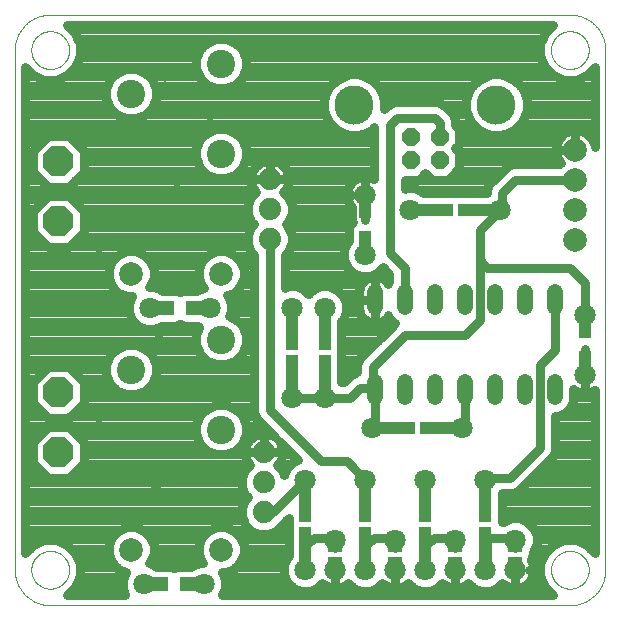
<source format=gtl>
G75*
%MOIN*%
%OFA0B0*%
%FSLAX25Y25*%
%IPPOS*%
%LPD*%
%AMOC8*
5,1,8,0,0,1.08239X$1,22.5*
%
%ADD10C,0.00000*%
%ADD11R,0.03937X0.10236*%
%ADD12C,0.07087*%
%ADD13C,0.05200*%
%ADD14R,0.12598X0.03937*%
%ADD15OC8,0.05740*%
%ADD16C,0.13055*%
%ADD17R,0.03937X0.12598*%
%ADD18R,0.04724X0.03150*%
%ADD19C,0.07874*%
%ADD20C,0.09449*%
%ADD21OC8,0.10000*%
%ADD22C,0.07400*%
%ADD23R,0.10236X0.04724*%
%ADD24C,0.03150*%
%ADD25C,0.01600*%
%ADD26C,0.03150*%
D10*
X0005724Y0017535D02*
X0005724Y0190764D01*
X0011236Y0190764D02*
X0011238Y0190922D01*
X0011244Y0191080D01*
X0011254Y0191238D01*
X0011268Y0191396D01*
X0011286Y0191553D01*
X0011307Y0191710D01*
X0011333Y0191866D01*
X0011363Y0192022D01*
X0011396Y0192177D01*
X0011434Y0192330D01*
X0011475Y0192483D01*
X0011520Y0192635D01*
X0011569Y0192786D01*
X0011622Y0192935D01*
X0011678Y0193083D01*
X0011738Y0193229D01*
X0011802Y0193374D01*
X0011870Y0193517D01*
X0011941Y0193659D01*
X0012015Y0193799D01*
X0012093Y0193936D01*
X0012175Y0194072D01*
X0012259Y0194206D01*
X0012348Y0194337D01*
X0012439Y0194466D01*
X0012534Y0194593D01*
X0012631Y0194718D01*
X0012732Y0194840D01*
X0012836Y0194959D01*
X0012943Y0195076D01*
X0013053Y0195190D01*
X0013166Y0195301D01*
X0013281Y0195410D01*
X0013399Y0195515D01*
X0013520Y0195617D01*
X0013643Y0195717D01*
X0013769Y0195813D01*
X0013897Y0195906D01*
X0014027Y0195996D01*
X0014160Y0196082D01*
X0014295Y0196166D01*
X0014431Y0196245D01*
X0014570Y0196322D01*
X0014711Y0196394D01*
X0014853Y0196464D01*
X0014997Y0196529D01*
X0015143Y0196591D01*
X0015290Y0196649D01*
X0015439Y0196704D01*
X0015589Y0196755D01*
X0015740Y0196802D01*
X0015892Y0196845D01*
X0016045Y0196884D01*
X0016200Y0196920D01*
X0016355Y0196951D01*
X0016511Y0196979D01*
X0016667Y0197003D01*
X0016824Y0197023D01*
X0016982Y0197039D01*
X0017139Y0197051D01*
X0017298Y0197059D01*
X0017456Y0197063D01*
X0017614Y0197063D01*
X0017772Y0197059D01*
X0017931Y0197051D01*
X0018088Y0197039D01*
X0018246Y0197023D01*
X0018403Y0197003D01*
X0018559Y0196979D01*
X0018715Y0196951D01*
X0018870Y0196920D01*
X0019025Y0196884D01*
X0019178Y0196845D01*
X0019330Y0196802D01*
X0019481Y0196755D01*
X0019631Y0196704D01*
X0019780Y0196649D01*
X0019927Y0196591D01*
X0020073Y0196529D01*
X0020217Y0196464D01*
X0020359Y0196394D01*
X0020500Y0196322D01*
X0020639Y0196245D01*
X0020775Y0196166D01*
X0020910Y0196082D01*
X0021043Y0195996D01*
X0021173Y0195906D01*
X0021301Y0195813D01*
X0021427Y0195717D01*
X0021550Y0195617D01*
X0021671Y0195515D01*
X0021789Y0195410D01*
X0021904Y0195301D01*
X0022017Y0195190D01*
X0022127Y0195076D01*
X0022234Y0194959D01*
X0022338Y0194840D01*
X0022439Y0194718D01*
X0022536Y0194593D01*
X0022631Y0194466D01*
X0022722Y0194337D01*
X0022811Y0194206D01*
X0022895Y0194072D01*
X0022977Y0193936D01*
X0023055Y0193799D01*
X0023129Y0193659D01*
X0023200Y0193517D01*
X0023268Y0193374D01*
X0023332Y0193229D01*
X0023392Y0193083D01*
X0023448Y0192935D01*
X0023501Y0192786D01*
X0023550Y0192635D01*
X0023595Y0192483D01*
X0023636Y0192330D01*
X0023674Y0192177D01*
X0023707Y0192022D01*
X0023737Y0191866D01*
X0023763Y0191710D01*
X0023784Y0191553D01*
X0023802Y0191396D01*
X0023816Y0191238D01*
X0023826Y0191080D01*
X0023832Y0190922D01*
X0023834Y0190764D01*
X0023832Y0190606D01*
X0023826Y0190448D01*
X0023816Y0190290D01*
X0023802Y0190132D01*
X0023784Y0189975D01*
X0023763Y0189818D01*
X0023737Y0189662D01*
X0023707Y0189506D01*
X0023674Y0189351D01*
X0023636Y0189198D01*
X0023595Y0189045D01*
X0023550Y0188893D01*
X0023501Y0188742D01*
X0023448Y0188593D01*
X0023392Y0188445D01*
X0023332Y0188299D01*
X0023268Y0188154D01*
X0023200Y0188011D01*
X0023129Y0187869D01*
X0023055Y0187729D01*
X0022977Y0187592D01*
X0022895Y0187456D01*
X0022811Y0187322D01*
X0022722Y0187191D01*
X0022631Y0187062D01*
X0022536Y0186935D01*
X0022439Y0186810D01*
X0022338Y0186688D01*
X0022234Y0186569D01*
X0022127Y0186452D01*
X0022017Y0186338D01*
X0021904Y0186227D01*
X0021789Y0186118D01*
X0021671Y0186013D01*
X0021550Y0185911D01*
X0021427Y0185811D01*
X0021301Y0185715D01*
X0021173Y0185622D01*
X0021043Y0185532D01*
X0020910Y0185446D01*
X0020775Y0185362D01*
X0020639Y0185283D01*
X0020500Y0185206D01*
X0020359Y0185134D01*
X0020217Y0185064D01*
X0020073Y0184999D01*
X0019927Y0184937D01*
X0019780Y0184879D01*
X0019631Y0184824D01*
X0019481Y0184773D01*
X0019330Y0184726D01*
X0019178Y0184683D01*
X0019025Y0184644D01*
X0018870Y0184608D01*
X0018715Y0184577D01*
X0018559Y0184549D01*
X0018403Y0184525D01*
X0018246Y0184505D01*
X0018088Y0184489D01*
X0017931Y0184477D01*
X0017772Y0184469D01*
X0017614Y0184465D01*
X0017456Y0184465D01*
X0017298Y0184469D01*
X0017139Y0184477D01*
X0016982Y0184489D01*
X0016824Y0184505D01*
X0016667Y0184525D01*
X0016511Y0184549D01*
X0016355Y0184577D01*
X0016200Y0184608D01*
X0016045Y0184644D01*
X0015892Y0184683D01*
X0015740Y0184726D01*
X0015589Y0184773D01*
X0015439Y0184824D01*
X0015290Y0184879D01*
X0015143Y0184937D01*
X0014997Y0184999D01*
X0014853Y0185064D01*
X0014711Y0185134D01*
X0014570Y0185206D01*
X0014431Y0185283D01*
X0014295Y0185362D01*
X0014160Y0185446D01*
X0014027Y0185532D01*
X0013897Y0185622D01*
X0013769Y0185715D01*
X0013643Y0185811D01*
X0013520Y0185911D01*
X0013399Y0186013D01*
X0013281Y0186118D01*
X0013166Y0186227D01*
X0013053Y0186338D01*
X0012943Y0186452D01*
X0012836Y0186569D01*
X0012732Y0186688D01*
X0012631Y0186810D01*
X0012534Y0186935D01*
X0012439Y0187062D01*
X0012348Y0187191D01*
X0012259Y0187322D01*
X0012175Y0187456D01*
X0012093Y0187592D01*
X0012015Y0187729D01*
X0011941Y0187869D01*
X0011870Y0188011D01*
X0011802Y0188154D01*
X0011738Y0188299D01*
X0011678Y0188445D01*
X0011622Y0188593D01*
X0011569Y0188742D01*
X0011520Y0188893D01*
X0011475Y0189045D01*
X0011434Y0189198D01*
X0011396Y0189351D01*
X0011363Y0189506D01*
X0011333Y0189662D01*
X0011307Y0189818D01*
X0011286Y0189975D01*
X0011268Y0190132D01*
X0011254Y0190290D01*
X0011244Y0190448D01*
X0011238Y0190606D01*
X0011236Y0190764D01*
X0005724Y0190764D02*
X0005727Y0191049D01*
X0005738Y0191335D01*
X0005755Y0191620D01*
X0005779Y0191904D01*
X0005810Y0192188D01*
X0005848Y0192471D01*
X0005893Y0192752D01*
X0005944Y0193033D01*
X0006002Y0193313D01*
X0006067Y0193591D01*
X0006139Y0193867D01*
X0006217Y0194141D01*
X0006302Y0194414D01*
X0006394Y0194684D01*
X0006492Y0194952D01*
X0006596Y0195218D01*
X0006707Y0195481D01*
X0006824Y0195741D01*
X0006947Y0195999D01*
X0007077Y0196253D01*
X0007213Y0196504D01*
X0007354Y0196752D01*
X0007502Y0196996D01*
X0007655Y0197237D01*
X0007815Y0197473D01*
X0007980Y0197706D01*
X0008150Y0197935D01*
X0008326Y0198160D01*
X0008508Y0198380D01*
X0008694Y0198596D01*
X0008886Y0198807D01*
X0009083Y0199014D01*
X0009285Y0199216D01*
X0009492Y0199413D01*
X0009703Y0199605D01*
X0009919Y0199791D01*
X0010139Y0199973D01*
X0010364Y0200149D01*
X0010593Y0200319D01*
X0010826Y0200484D01*
X0011062Y0200644D01*
X0011303Y0200797D01*
X0011547Y0200945D01*
X0011795Y0201086D01*
X0012046Y0201222D01*
X0012300Y0201352D01*
X0012558Y0201475D01*
X0012818Y0201592D01*
X0013081Y0201703D01*
X0013347Y0201807D01*
X0013615Y0201905D01*
X0013885Y0201997D01*
X0014158Y0202082D01*
X0014432Y0202160D01*
X0014708Y0202232D01*
X0014986Y0202297D01*
X0015266Y0202355D01*
X0015547Y0202406D01*
X0015828Y0202451D01*
X0016111Y0202489D01*
X0016395Y0202520D01*
X0016679Y0202544D01*
X0016964Y0202561D01*
X0017250Y0202572D01*
X0017535Y0202575D01*
X0190764Y0202575D01*
X0184465Y0190764D02*
X0184467Y0190922D01*
X0184473Y0191080D01*
X0184483Y0191238D01*
X0184497Y0191396D01*
X0184515Y0191553D01*
X0184536Y0191710D01*
X0184562Y0191866D01*
X0184592Y0192022D01*
X0184625Y0192177D01*
X0184663Y0192330D01*
X0184704Y0192483D01*
X0184749Y0192635D01*
X0184798Y0192786D01*
X0184851Y0192935D01*
X0184907Y0193083D01*
X0184967Y0193229D01*
X0185031Y0193374D01*
X0185099Y0193517D01*
X0185170Y0193659D01*
X0185244Y0193799D01*
X0185322Y0193936D01*
X0185404Y0194072D01*
X0185488Y0194206D01*
X0185577Y0194337D01*
X0185668Y0194466D01*
X0185763Y0194593D01*
X0185860Y0194718D01*
X0185961Y0194840D01*
X0186065Y0194959D01*
X0186172Y0195076D01*
X0186282Y0195190D01*
X0186395Y0195301D01*
X0186510Y0195410D01*
X0186628Y0195515D01*
X0186749Y0195617D01*
X0186872Y0195717D01*
X0186998Y0195813D01*
X0187126Y0195906D01*
X0187256Y0195996D01*
X0187389Y0196082D01*
X0187524Y0196166D01*
X0187660Y0196245D01*
X0187799Y0196322D01*
X0187940Y0196394D01*
X0188082Y0196464D01*
X0188226Y0196529D01*
X0188372Y0196591D01*
X0188519Y0196649D01*
X0188668Y0196704D01*
X0188818Y0196755D01*
X0188969Y0196802D01*
X0189121Y0196845D01*
X0189274Y0196884D01*
X0189429Y0196920D01*
X0189584Y0196951D01*
X0189740Y0196979D01*
X0189896Y0197003D01*
X0190053Y0197023D01*
X0190211Y0197039D01*
X0190368Y0197051D01*
X0190527Y0197059D01*
X0190685Y0197063D01*
X0190843Y0197063D01*
X0191001Y0197059D01*
X0191160Y0197051D01*
X0191317Y0197039D01*
X0191475Y0197023D01*
X0191632Y0197003D01*
X0191788Y0196979D01*
X0191944Y0196951D01*
X0192099Y0196920D01*
X0192254Y0196884D01*
X0192407Y0196845D01*
X0192559Y0196802D01*
X0192710Y0196755D01*
X0192860Y0196704D01*
X0193009Y0196649D01*
X0193156Y0196591D01*
X0193302Y0196529D01*
X0193446Y0196464D01*
X0193588Y0196394D01*
X0193729Y0196322D01*
X0193868Y0196245D01*
X0194004Y0196166D01*
X0194139Y0196082D01*
X0194272Y0195996D01*
X0194402Y0195906D01*
X0194530Y0195813D01*
X0194656Y0195717D01*
X0194779Y0195617D01*
X0194900Y0195515D01*
X0195018Y0195410D01*
X0195133Y0195301D01*
X0195246Y0195190D01*
X0195356Y0195076D01*
X0195463Y0194959D01*
X0195567Y0194840D01*
X0195668Y0194718D01*
X0195765Y0194593D01*
X0195860Y0194466D01*
X0195951Y0194337D01*
X0196040Y0194206D01*
X0196124Y0194072D01*
X0196206Y0193936D01*
X0196284Y0193799D01*
X0196358Y0193659D01*
X0196429Y0193517D01*
X0196497Y0193374D01*
X0196561Y0193229D01*
X0196621Y0193083D01*
X0196677Y0192935D01*
X0196730Y0192786D01*
X0196779Y0192635D01*
X0196824Y0192483D01*
X0196865Y0192330D01*
X0196903Y0192177D01*
X0196936Y0192022D01*
X0196966Y0191866D01*
X0196992Y0191710D01*
X0197013Y0191553D01*
X0197031Y0191396D01*
X0197045Y0191238D01*
X0197055Y0191080D01*
X0197061Y0190922D01*
X0197063Y0190764D01*
X0197061Y0190606D01*
X0197055Y0190448D01*
X0197045Y0190290D01*
X0197031Y0190132D01*
X0197013Y0189975D01*
X0196992Y0189818D01*
X0196966Y0189662D01*
X0196936Y0189506D01*
X0196903Y0189351D01*
X0196865Y0189198D01*
X0196824Y0189045D01*
X0196779Y0188893D01*
X0196730Y0188742D01*
X0196677Y0188593D01*
X0196621Y0188445D01*
X0196561Y0188299D01*
X0196497Y0188154D01*
X0196429Y0188011D01*
X0196358Y0187869D01*
X0196284Y0187729D01*
X0196206Y0187592D01*
X0196124Y0187456D01*
X0196040Y0187322D01*
X0195951Y0187191D01*
X0195860Y0187062D01*
X0195765Y0186935D01*
X0195668Y0186810D01*
X0195567Y0186688D01*
X0195463Y0186569D01*
X0195356Y0186452D01*
X0195246Y0186338D01*
X0195133Y0186227D01*
X0195018Y0186118D01*
X0194900Y0186013D01*
X0194779Y0185911D01*
X0194656Y0185811D01*
X0194530Y0185715D01*
X0194402Y0185622D01*
X0194272Y0185532D01*
X0194139Y0185446D01*
X0194004Y0185362D01*
X0193868Y0185283D01*
X0193729Y0185206D01*
X0193588Y0185134D01*
X0193446Y0185064D01*
X0193302Y0184999D01*
X0193156Y0184937D01*
X0193009Y0184879D01*
X0192860Y0184824D01*
X0192710Y0184773D01*
X0192559Y0184726D01*
X0192407Y0184683D01*
X0192254Y0184644D01*
X0192099Y0184608D01*
X0191944Y0184577D01*
X0191788Y0184549D01*
X0191632Y0184525D01*
X0191475Y0184505D01*
X0191317Y0184489D01*
X0191160Y0184477D01*
X0191001Y0184469D01*
X0190843Y0184465D01*
X0190685Y0184465D01*
X0190527Y0184469D01*
X0190368Y0184477D01*
X0190211Y0184489D01*
X0190053Y0184505D01*
X0189896Y0184525D01*
X0189740Y0184549D01*
X0189584Y0184577D01*
X0189429Y0184608D01*
X0189274Y0184644D01*
X0189121Y0184683D01*
X0188969Y0184726D01*
X0188818Y0184773D01*
X0188668Y0184824D01*
X0188519Y0184879D01*
X0188372Y0184937D01*
X0188226Y0184999D01*
X0188082Y0185064D01*
X0187940Y0185134D01*
X0187799Y0185206D01*
X0187660Y0185283D01*
X0187524Y0185362D01*
X0187389Y0185446D01*
X0187256Y0185532D01*
X0187126Y0185622D01*
X0186998Y0185715D01*
X0186872Y0185811D01*
X0186749Y0185911D01*
X0186628Y0186013D01*
X0186510Y0186118D01*
X0186395Y0186227D01*
X0186282Y0186338D01*
X0186172Y0186452D01*
X0186065Y0186569D01*
X0185961Y0186688D01*
X0185860Y0186810D01*
X0185763Y0186935D01*
X0185668Y0187062D01*
X0185577Y0187191D01*
X0185488Y0187322D01*
X0185404Y0187456D01*
X0185322Y0187592D01*
X0185244Y0187729D01*
X0185170Y0187869D01*
X0185099Y0188011D01*
X0185031Y0188154D01*
X0184967Y0188299D01*
X0184907Y0188445D01*
X0184851Y0188593D01*
X0184798Y0188742D01*
X0184749Y0188893D01*
X0184704Y0189045D01*
X0184663Y0189198D01*
X0184625Y0189351D01*
X0184592Y0189506D01*
X0184562Y0189662D01*
X0184536Y0189818D01*
X0184515Y0189975D01*
X0184497Y0190132D01*
X0184483Y0190290D01*
X0184473Y0190448D01*
X0184467Y0190606D01*
X0184465Y0190764D01*
X0190764Y0202575D02*
X0191049Y0202572D01*
X0191335Y0202561D01*
X0191620Y0202544D01*
X0191904Y0202520D01*
X0192188Y0202489D01*
X0192471Y0202451D01*
X0192752Y0202406D01*
X0193033Y0202355D01*
X0193313Y0202297D01*
X0193591Y0202232D01*
X0193867Y0202160D01*
X0194141Y0202082D01*
X0194414Y0201997D01*
X0194684Y0201905D01*
X0194952Y0201807D01*
X0195218Y0201703D01*
X0195481Y0201592D01*
X0195741Y0201475D01*
X0195999Y0201352D01*
X0196253Y0201222D01*
X0196504Y0201086D01*
X0196752Y0200945D01*
X0196996Y0200797D01*
X0197237Y0200644D01*
X0197473Y0200484D01*
X0197706Y0200319D01*
X0197935Y0200149D01*
X0198160Y0199973D01*
X0198380Y0199791D01*
X0198596Y0199605D01*
X0198807Y0199413D01*
X0199014Y0199216D01*
X0199216Y0199014D01*
X0199413Y0198807D01*
X0199605Y0198596D01*
X0199791Y0198380D01*
X0199973Y0198160D01*
X0200149Y0197935D01*
X0200319Y0197706D01*
X0200484Y0197473D01*
X0200644Y0197237D01*
X0200797Y0196996D01*
X0200945Y0196752D01*
X0201086Y0196504D01*
X0201222Y0196253D01*
X0201352Y0195999D01*
X0201475Y0195741D01*
X0201592Y0195481D01*
X0201703Y0195218D01*
X0201807Y0194952D01*
X0201905Y0194684D01*
X0201997Y0194414D01*
X0202082Y0194141D01*
X0202160Y0193867D01*
X0202232Y0193591D01*
X0202297Y0193313D01*
X0202355Y0193033D01*
X0202406Y0192752D01*
X0202451Y0192471D01*
X0202489Y0192188D01*
X0202520Y0191904D01*
X0202544Y0191620D01*
X0202561Y0191335D01*
X0202572Y0191049D01*
X0202575Y0190764D01*
X0202575Y0017535D01*
X0184465Y0017535D02*
X0184467Y0017693D01*
X0184473Y0017851D01*
X0184483Y0018009D01*
X0184497Y0018167D01*
X0184515Y0018324D01*
X0184536Y0018481D01*
X0184562Y0018637D01*
X0184592Y0018793D01*
X0184625Y0018948D01*
X0184663Y0019101D01*
X0184704Y0019254D01*
X0184749Y0019406D01*
X0184798Y0019557D01*
X0184851Y0019706D01*
X0184907Y0019854D01*
X0184967Y0020000D01*
X0185031Y0020145D01*
X0185099Y0020288D01*
X0185170Y0020430D01*
X0185244Y0020570D01*
X0185322Y0020707D01*
X0185404Y0020843D01*
X0185488Y0020977D01*
X0185577Y0021108D01*
X0185668Y0021237D01*
X0185763Y0021364D01*
X0185860Y0021489D01*
X0185961Y0021611D01*
X0186065Y0021730D01*
X0186172Y0021847D01*
X0186282Y0021961D01*
X0186395Y0022072D01*
X0186510Y0022181D01*
X0186628Y0022286D01*
X0186749Y0022388D01*
X0186872Y0022488D01*
X0186998Y0022584D01*
X0187126Y0022677D01*
X0187256Y0022767D01*
X0187389Y0022853D01*
X0187524Y0022937D01*
X0187660Y0023016D01*
X0187799Y0023093D01*
X0187940Y0023165D01*
X0188082Y0023235D01*
X0188226Y0023300D01*
X0188372Y0023362D01*
X0188519Y0023420D01*
X0188668Y0023475D01*
X0188818Y0023526D01*
X0188969Y0023573D01*
X0189121Y0023616D01*
X0189274Y0023655D01*
X0189429Y0023691D01*
X0189584Y0023722D01*
X0189740Y0023750D01*
X0189896Y0023774D01*
X0190053Y0023794D01*
X0190211Y0023810D01*
X0190368Y0023822D01*
X0190527Y0023830D01*
X0190685Y0023834D01*
X0190843Y0023834D01*
X0191001Y0023830D01*
X0191160Y0023822D01*
X0191317Y0023810D01*
X0191475Y0023794D01*
X0191632Y0023774D01*
X0191788Y0023750D01*
X0191944Y0023722D01*
X0192099Y0023691D01*
X0192254Y0023655D01*
X0192407Y0023616D01*
X0192559Y0023573D01*
X0192710Y0023526D01*
X0192860Y0023475D01*
X0193009Y0023420D01*
X0193156Y0023362D01*
X0193302Y0023300D01*
X0193446Y0023235D01*
X0193588Y0023165D01*
X0193729Y0023093D01*
X0193868Y0023016D01*
X0194004Y0022937D01*
X0194139Y0022853D01*
X0194272Y0022767D01*
X0194402Y0022677D01*
X0194530Y0022584D01*
X0194656Y0022488D01*
X0194779Y0022388D01*
X0194900Y0022286D01*
X0195018Y0022181D01*
X0195133Y0022072D01*
X0195246Y0021961D01*
X0195356Y0021847D01*
X0195463Y0021730D01*
X0195567Y0021611D01*
X0195668Y0021489D01*
X0195765Y0021364D01*
X0195860Y0021237D01*
X0195951Y0021108D01*
X0196040Y0020977D01*
X0196124Y0020843D01*
X0196206Y0020707D01*
X0196284Y0020570D01*
X0196358Y0020430D01*
X0196429Y0020288D01*
X0196497Y0020145D01*
X0196561Y0020000D01*
X0196621Y0019854D01*
X0196677Y0019706D01*
X0196730Y0019557D01*
X0196779Y0019406D01*
X0196824Y0019254D01*
X0196865Y0019101D01*
X0196903Y0018948D01*
X0196936Y0018793D01*
X0196966Y0018637D01*
X0196992Y0018481D01*
X0197013Y0018324D01*
X0197031Y0018167D01*
X0197045Y0018009D01*
X0197055Y0017851D01*
X0197061Y0017693D01*
X0197063Y0017535D01*
X0197061Y0017377D01*
X0197055Y0017219D01*
X0197045Y0017061D01*
X0197031Y0016903D01*
X0197013Y0016746D01*
X0196992Y0016589D01*
X0196966Y0016433D01*
X0196936Y0016277D01*
X0196903Y0016122D01*
X0196865Y0015969D01*
X0196824Y0015816D01*
X0196779Y0015664D01*
X0196730Y0015513D01*
X0196677Y0015364D01*
X0196621Y0015216D01*
X0196561Y0015070D01*
X0196497Y0014925D01*
X0196429Y0014782D01*
X0196358Y0014640D01*
X0196284Y0014500D01*
X0196206Y0014363D01*
X0196124Y0014227D01*
X0196040Y0014093D01*
X0195951Y0013962D01*
X0195860Y0013833D01*
X0195765Y0013706D01*
X0195668Y0013581D01*
X0195567Y0013459D01*
X0195463Y0013340D01*
X0195356Y0013223D01*
X0195246Y0013109D01*
X0195133Y0012998D01*
X0195018Y0012889D01*
X0194900Y0012784D01*
X0194779Y0012682D01*
X0194656Y0012582D01*
X0194530Y0012486D01*
X0194402Y0012393D01*
X0194272Y0012303D01*
X0194139Y0012217D01*
X0194004Y0012133D01*
X0193868Y0012054D01*
X0193729Y0011977D01*
X0193588Y0011905D01*
X0193446Y0011835D01*
X0193302Y0011770D01*
X0193156Y0011708D01*
X0193009Y0011650D01*
X0192860Y0011595D01*
X0192710Y0011544D01*
X0192559Y0011497D01*
X0192407Y0011454D01*
X0192254Y0011415D01*
X0192099Y0011379D01*
X0191944Y0011348D01*
X0191788Y0011320D01*
X0191632Y0011296D01*
X0191475Y0011276D01*
X0191317Y0011260D01*
X0191160Y0011248D01*
X0191001Y0011240D01*
X0190843Y0011236D01*
X0190685Y0011236D01*
X0190527Y0011240D01*
X0190368Y0011248D01*
X0190211Y0011260D01*
X0190053Y0011276D01*
X0189896Y0011296D01*
X0189740Y0011320D01*
X0189584Y0011348D01*
X0189429Y0011379D01*
X0189274Y0011415D01*
X0189121Y0011454D01*
X0188969Y0011497D01*
X0188818Y0011544D01*
X0188668Y0011595D01*
X0188519Y0011650D01*
X0188372Y0011708D01*
X0188226Y0011770D01*
X0188082Y0011835D01*
X0187940Y0011905D01*
X0187799Y0011977D01*
X0187660Y0012054D01*
X0187524Y0012133D01*
X0187389Y0012217D01*
X0187256Y0012303D01*
X0187126Y0012393D01*
X0186998Y0012486D01*
X0186872Y0012582D01*
X0186749Y0012682D01*
X0186628Y0012784D01*
X0186510Y0012889D01*
X0186395Y0012998D01*
X0186282Y0013109D01*
X0186172Y0013223D01*
X0186065Y0013340D01*
X0185961Y0013459D01*
X0185860Y0013581D01*
X0185763Y0013706D01*
X0185668Y0013833D01*
X0185577Y0013962D01*
X0185488Y0014093D01*
X0185404Y0014227D01*
X0185322Y0014363D01*
X0185244Y0014500D01*
X0185170Y0014640D01*
X0185099Y0014782D01*
X0185031Y0014925D01*
X0184967Y0015070D01*
X0184907Y0015216D01*
X0184851Y0015364D01*
X0184798Y0015513D01*
X0184749Y0015664D01*
X0184704Y0015816D01*
X0184663Y0015969D01*
X0184625Y0016122D01*
X0184592Y0016277D01*
X0184562Y0016433D01*
X0184536Y0016589D01*
X0184515Y0016746D01*
X0184497Y0016903D01*
X0184483Y0017061D01*
X0184473Y0017219D01*
X0184467Y0017377D01*
X0184465Y0017535D01*
X0190764Y0005724D02*
X0191049Y0005727D01*
X0191335Y0005738D01*
X0191620Y0005755D01*
X0191904Y0005779D01*
X0192188Y0005810D01*
X0192471Y0005848D01*
X0192752Y0005893D01*
X0193033Y0005944D01*
X0193313Y0006002D01*
X0193591Y0006067D01*
X0193867Y0006139D01*
X0194141Y0006217D01*
X0194414Y0006302D01*
X0194684Y0006394D01*
X0194952Y0006492D01*
X0195218Y0006596D01*
X0195481Y0006707D01*
X0195741Y0006824D01*
X0195999Y0006947D01*
X0196253Y0007077D01*
X0196504Y0007213D01*
X0196752Y0007354D01*
X0196996Y0007502D01*
X0197237Y0007655D01*
X0197473Y0007815D01*
X0197706Y0007980D01*
X0197935Y0008150D01*
X0198160Y0008326D01*
X0198380Y0008508D01*
X0198596Y0008694D01*
X0198807Y0008886D01*
X0199014Y0009083D01*
X0199216Y0009285D01*
X0199413Y0009492D01*
X0199605Y0009703D01*
X0199791Y0009919D01*
X0199973Y0010139D01*
X0200149Y0010364D01*
X0200319Y0010593D01*
X0200484Y0010826D01*
X0200644Y0011062D01*
X0200797Y0011303D01*
X0200945Y0011547D01*
X0201086Y0011795D01*
X0201222Y0012046D01*
X0201352Y0012300D01*
X0201475Y0012558D01*
X0201592Y0012818D01*
X0201703Y0013081D01*
X0201807Y0013347D01*
X0201905Y0013615D01*
X0201997Y0013885D01*
X0202082Y0014158D01*
X0202160Y0014432D01*
X0202232Y0014708D01*
X0202297Y0014986D01*
X0202355Y0015266D01*
X0202406Y0015547D01*
X0202451Y0015828D01*
X0202489Y0016111D01*
X0202520Y0016395D01*
X0202544Y0016679D01*
X0202561Y0016964D01*
X0202572Y0017250D01*
X0202575Y0017535D01*
X0190764Y0005724D02*
X0017535Y0005724D01*
X0011236Y0017535D02*
X0011238Y0017693D01*
X0011244Y0017851D01*
X0011254Y0018009D01*
X0011268Y0018167D01*
X0011286Y0018324D01*
X0011307Y0018481D01*
X0011333Y0018637D01*
X0011363Y0018793D01*
X0011396Y0018948D01*
X0011434Y0019101D01*
X0011475Y0019254D01*
X0011520Y0019406D01*
X0011569Y0019557D01*
X0011622Y0019706D01*
X0011678Y0019854D01*
X0011738Y0020000D01*
X0011802Y0020145D01*
X0011870Y0020288D01*
X0011941Y0020430D01*
X0012015Y0020570D01*
X0012093Y0020707D01*
X0012175Y0020843D01*
X0012259Y0020977D01*
X0012348Y0021108D01*
X0012439Y0021237D01*
X0012534Y0021364D01*
X0012631Y0021489D01*
X0012732Y0021611D01*
X0012836Y0021730D01*
X0012943Y0021847D01*
X0013053Y0021961D01*
X0013166Y0022072D01*
X0013281Y0022181D01*
X0013399Y0022286D01*
X0013520Y0022388D01*
X0013643Y0022488D01*
X0013769Y0022584D01*
X0013897Y0022677D01*
X0014027Y0022767D01*
X0014160Y0022853D01*
X0014295Y0022937D01*
X0014431Y0023016D01*
X0014570Y0023093D01*
X0014711Y0023165D01*
X0014853Y0023235D01*
X0014997Y0023300D01*
X0015143Y0023362D01*
X0015290Y0023420D01*
X0015439Y0023475D01*
X0015589Y0023526D01*
X0015740Y0023573D01*
X0015892Y0023616D01*
X0016045Y0023655D01*
X0016200Y0023691D01*
X0016355Y0023722D01*
X0016511Y0023750D01*
X0016667Y0023774D01*
X0016824Y0023794D01*
X0016982Y0023810D01*
X0017139Y0023822D01*
X0017298Y0023830D01*
X0017456Y0023834D01*
X0017614Y0023834D01*
X0017772Y0023830D01*
X0017931Y0023822D01*
X0018088Y0023810D01*
X0018246Y0023794D01*
X0018403Y0023774D01*
X0018559Y0023750D01*
X0018715Y0023722D01*
X0018870Y0023691D01*
X0019025Y0023655D01*
X0019178Y0023616D01*
X0019330Y0023573D01*
X0019481Y0023526D01*
X0019631Y0023475D01*
X0019780Y0023420D01*
X0019927Y0023362D01*
X0020073Y0023300D01*
X0020217Y0023235D01*
X0020359Y0023165D01*
X0020500Y0023093D01*
X0020639Y0023016D01*
X0020775Y0022937D01*
X0020910Y0022853D01*
X0021043Y0022767D01*
X0021173Y0022677D01*
X0021301Y0022584D01*
X0021427Y0022488D01*
X0021550Y0022388D01*
X0021671Y0022286D01*
X0021789Y0022181D01*
X0021904Y0022072D01*
X0022017Y0021961D01*
X0022127Y0021847D01*
X0022234Y0021730D01*
X0022338Y0021611D01*
X0022439Y0021489D01*
X0022536Y0021364D01*
X0022631Y0021237D01*
X0022722Y0021108D01*
X0022811Y0020977D01*
X0022895Y0020843D01*
X0022977Y0020707D01*
X0023055Y0020570D01*
X0023129Y0020430D01*
X0023200Y0020288D01*
X0023268Y0020145D01*
X0023332Y0020000D01*
X0023392Y0019854D01*
X0023448Y0019706D01*
X0023501Y0019557D01*
X0023550Y0019406D01*
X0023595Y0019254D01*
X0023636Y0019101D01*
X0023674Y0018948D01*
X0023707Y0018793D01*
X0023737Y0018637D01*
X0023763Y0018481D01*
X0023784Y0018324D01*
X0023802Y0018167D01*
X0023816Y0018009D01*
X0023826Y0017851D01*
X0023832Y0017693D01*
X0023834Y0017535D01*
X0023832Y0017377D01*
X0023826Y0017219D01*
X0023816Y0017061D01*
X0023802Y0016903D01*
X0023784Y0016746D01*
X0023763Y0016589D01*
X0023737Y0016433D01*
X0023707Y0016277D01*
X0023674Y0016122D01*
X0023636Y0015969D01*
X0023595Y0015816D01*
X0023550Y0015664D01*
X0023501Y0015513D01*
X0023448Y0015364D01*
X0023392Y0015216D01*
X0023332Y0015070D01*
X0023268Y0014925D01*
X0023200Y0014782D01*
X0023129Y0014640D01*
X0023055Y0014500D01*
X0022977Y0014363D01*
X0022895Y0014227D01*
X0022811Y0014093D01*
X0022722Y0013962D01*
X0022631Y0013833D01*
X0022536Y0013706D01*
X0022439Y0013581D01*
X0022338Y0013459D01*
X0022234Y0013340D01*
X0022127Y0013223D01*
X0022017Y0013109D01*
X0021904Y0012998D01*
X0021789Y0012889D01*
X0021671Y0012784D01*
X0021550Y0012682D01*
X0021427Y0012582D01*
X0021301Y0012486D01*
X0021173Y0012393D01*
X0021043Y0012303D01*
X0020910Y0012217D01*
X0020775Y0012133D01*
X0020639Y0012054D01*
X0020500Y0011977D01*
X0020359Y0011905D01*
X0020217Y0011835D01*
X0020073Y0011770D01*
X0019927Y0011708D01*
X0019780Y0011650D01*
X0019631Y0011595D01*
X0019481Y0011544D01*
X0019330Y0011497D01*
X0019178Y0011454D01*
X0019025Y0011415D01*
X0018870Y0011379D01*
X0018715Y0011348D01*
X0018559Y0011320D01*
X0018403Y0011296D01*
X0018246Y0011276D01*
X0018088Y0011260D01*
X0017931Y0011248D01*
X0017772Y0011240D01*
X0017614Y0011236D01*
X0017456Y0011236D01*
X0017298Y0011240D01*
X0017139Y0011248D01*
X0016982Y0011260D01*
X0016824Y0011276D01*
X0016667Y0011296D01*
X0016511Y0011320D01*
X0016355Y0011348D01*
X0016200Y0011379D01*
X0016045Y0011415D01*
X0015892Y0011454D01*
X0015740Y0011497D01*
X0015589Y0011544D01*
X0015439Y0011595D01*
X0015290Y0011650D01*
X0015143Y0011708D01*
X0014997Y0011770D01*
X0014853Y0011835D01*
X0014711Y0011905D01*
X0014570Y0011977D01*
X0014431Y0012054D01*
X0014295Y0012133D01*
X0014160Y0012217D01*
X0014027Y0012303D01*
X0013897Y0012393D01*
X0013769Y0012486D01*
X0013643Y0012582D01*
X0013520Y0012682D01*
X0013399Y0012784D01*
X0013281Y0012889D01*
X0013166Y0012998D01*
X0013053Y0013109D01*
X0012943Y0013223D01*
X0012836Y0013340D01*
X0012732Y0013459D01*
X0012631Y0013581D01*
X0012534Y0013706D01*
X0012439Y0013833D01*
X0012348Y0013962D01*
X0012259Y0014093D01*
X0012175Y0014227D01*
X0012093Y0014363D01*
X0012015Y0014500D01*
X0011941Y0014640D01*
X0011870Y0014782D01*
X0011802Y0014925D01*
X0011738Y0015070D01*
X0011678Y0015216D01*
X0011622Y0015364D01*
X0011569Y0015513D01*
X0011520Y0015664D01*
X0011475Y0015816D01*
X0011434Y0015969D01*
X0011396Y0016122D01*
X0011363Y0016277D01*
X0011333Y0016433D01*
X0011307Y0016589D01*
X0011286Y0016746D01*
X0011268Y0016903D01*
X0011254Y0017061D01*
X0011244Y0017219D01*
X0011238Y0017377D01*
X0011236Y0017535D01*
X0005724Y0017535D02*
X0005727Y0017250D01*
X0005738Y0016964D01*
X0005755Y0016679D01*
X0005779Y0016395D01*
X0005810Y0016111D01*
X0005848Y0015828D01*
X0005893Y0015547D01*
X0005944Y0015266D01*
X0006002Y0014986D01*
X0006067Y0014708D01*
X0006139Y0014432D01*
X0006217Y0014158D01*
X0006302Y0013885D01*
X0006394Y0013615D01*
X0006492Y0013347D01*
X0006596Y0013081D01*
X0006707Y0012818D01*
X0006824Y0012558D01*
X0006947Y0012300D01*
X0007077Y0012046D01*
X0007213Y0011795D01*
X0007354Y0011547D01*
X0007502Y0011303D01*
X0007655Y0011062D01*
X0007815Y0010826D01*
X0007980Y0010593D01*
X0008150Y0010364D01*
X0008326Y0010139D01*
X0008508Y0009919D01*
X0008694Y0009703D01*
X0008886Y0009492D01*
X0009083Y0009285D01*
X0009285Y0009083D01*
X0009492Y0008886D01*
X0009703Y0008694D01*
X0009919Y0008508D01*
X0010139Y0008326D01*
X0010364Y0008150D01*
X0010593Y0007980D01*
X0010826Y0007815D01*
X0011062Y0007655D01*
X0011303Y0007502D01*
X0011547Y0007354D01*
X0011795Y0007213D01*
X0012046Y0007077D01*
X0012300Y0006947D01*
X0012558Y0006824D01*
X0012818Y0006707D01*
X0013081Y0006596D01*
X0013347Y0006492D01*
X0013615Y0006394D01*
X0013885Y0006302D01*
X0014158Y0006217D01*
X0014432Y0006139D01*
X0014708Y0006067D01*
X0014986Y0006002D01*
X0015266Y0005944D01*
X0015547Y0005893D01*
X0015828Y0005848D01*
X0016111Y0005810D01*
X0016395Y0005779D01*
X0016679Y0005755D01*
X0016964Y0005738D01*
X0017250Y0005727D01*
X0017535Y0005724D01*
D11*
X0122575Y0125488D03*
X0122575Y0139661D03*
X0195724Y0099661D03*
X0195724Y0085488D03*
D12*
X0195724Y0082575D03*
X0195724Y0102575D03*
X0167575Y0137575D03*
X0137575Y0137575D03*
X0122575Y0142575D03*
X0122575Y0122575D03*
X0109012Y0104937D03*
X0098224Y0104937D03*
X0070724Y0104724D03*
X0050724Y0104724D03*
X0098224Y0074937D03*
X0109012Y0074937D03*
X0124937Y0064937D03*
X0122575Y0047575D03*
X0142575Y0047575D03*
X0154937Y0064937D03*
X0162575Y0047575D03*
X0172575Y0027575D03*
X0172575Y0017575D03*
X0162575Y0017575D03*
X0152575Y0017575D03*
X0152575Y0027575D03*
X0142575Y0017575D03*
X0132575Y0017575D03*
X0132575Y0027575D03*
X0122575Y0017575D03*
X0112575Y0017575D03*
X0112575Y0027575D03*
X0102575Y0017575D03*
X0102575Y0047575D03*
X0068724Y0012724D03*
X0048724Y0012724D03*
D13*
X0125724Y0074975D02*
X0125724Y0080175D01*
X0135724Y0080175D02*
X0135724Y0074975D01*
X0145724Y0074975D02*
X0145724Y0080175D01*
X0155724Y0080175D02*
X0155724Y0074975D01*
X0165724Y0074975D02*
X0165724Y0080175D01*
X0175724Y0080175D02*
X0175724Y0074975D01*
X0185724Y0074975D02*
X0185724Y0080175D01*
X0185724Y0104975D02*
X0185724Y0110175D01*
X0175724Y0110175D02*
X0175724Y0104975D01*
X0165724Y0104975D02*
X0165724Y0110175D01*
X0155724Y0110175D02*
X0155724Y0104975D01*
X0145724Y0104975D02*
X0145724Y0110175D01*
X0135724Y0110175D02*
X0135724Y0104975D01*
X0125724Y0104975D02*
X0125724Y0110175D01*
D14*
X0145488Y0137575D03*
X0159661Y0137575D03*
X0147024Y0064937D03*
X0132850Y0064937D03*
D15*
X0137654Y0154031D03*
X0137654Y0161906D03*
X0147496Y0161906D03*
X0147496Y0154031D03*
D16*
X0166276Y0172575D03*
X0118874Y0172575D03*
D17*
X0109012Y0097024D03*
X0098224Y0097024D03*
X0098224Y0082850D03*
X0109012Y0082850D03*
X0102575Y0039661D03*
X0102575Y0025488D03*
X0122575Y0025488D03*
X0122575Y0039661D03*
X0142575Y0039661D03*
X0142575Y0025488D03*
X0162575Y0025488D03*
X0162575Y0039661D03*
D18*
X0172575Y0024661D03*
X0172575Y0020488D03*
X0152575Y0020488D03*
X0152575Y0024661D03*
X0132575Y0024661D03*
X0132575Y0020488D03*
X0112575Y0020488D03*
X0112575Y0024661D03*
D19*
X0074504Y0024291D03*
X0044504Y0024291D03*
X0044504Y0116291D03*
X0074504Y0116291D03*
X0192575Y0127575D03*
X0192575Y0137575D03*
X0192575Y0147575D03*
X0192575Y0157575D03*
D20*
X0074504Y0156291D03*
X0074504Y0186291D03*
X0044504Y0176291D03*
X0074504Y0094291D03*
X0074504Y0064291D03*
X0044504Y0084291D03*
D21*
X0020189Y0076724D03*
X0020189Y0056724D03*
X0020189Y0133724D03*
X0020189Y0153724D03*
D22*
X0090724Y0147724D03*
X0090724Y0137724D03*
X0090724Y0127724D03*
X0088724Y0056724D03*
X0088724Y0046724D03*
X0088724Y0036724D03*
D23*
X0065811Y0012724D03*
X0051638Y0012724D03*
X0053638Y0104724D03*
X0067811Y0104724D03*
D24*
X0066608Y0098819D02*
X0066710Y0098717D01*
X0067289Y0098477D01*
X0066236Y0095936D01*
X0066236Y0092647D01*
X0067495Y0089608D01*
X0069821Y0087282D01*
X0072859Y0086024D01*
X0076148Y0086024D01*
X0079187Y0087282D01*
X0081513Y0089608D01*
X0082772Y0092647D01*
X0082772Y0095936D01*
X0081513Y0098975D01*
X0079187Y0101300D01*
X0077300Y0102082D01*
X0077811Y0103315D01*
X0077811Y0106134D01*
X0076732Y0108739D01*
X0076464Y0109007D01*
X0078741Y0109950D01*
X0080845Y0112054D01*
X0081984Y0114803D01*
X0081984Y0117779D01*
X0080845Y0120529D01*
X0078741Y0122633D01*
X0075992Y0123772D01*
X0073016Y0123772D01*
X0070267Y0122633D01*
X0068162Y0120529D01*
X0067024Y0117779D01*
X0067024Y0114803D01*
X0068162Y0112054D01*
X0068672Y0111545D01*
X0066710Y0110732D01*
X0066608Y0110630D01*
X0061988Y0110630D01*
X0060724Y0110106D01*
X0059461Y0110630D01*
X0054841Y0110630D01*
X0054739Y0110732D01*
X0052134Y0111811D01*
X0050602Y0111811D01*
X0050845Y0112054D01*
X0051984Y0114803D01*
X0051984Y0117779D01*
X0050845Y0120529D01*
X0048741Y0122633D01*
X0045992Y0123772D01*
X0043016Y0123772D01*
X0040267Y0122633D01*
X0038162Y0120529D01*
X0037024Y0117779D01*
X0037024Y0114803D01*
X0038162Y0112054D01*
X0040267Y0109950D01*
X0043016Y0108811D01*
X0044789Y0108811D01*
X0044717Y0108739D01*
X0043638Y0106134D01*
X0043638Y0103315D01*
X0044717Y0100710D01*
X0046710Y0098717D01*
X0049315Y0097638D01*
X0052134Y0097638D01*
X0054739Y0098717D01*
X0054841Y0098819D01*
X0059461Y0098819D01*
X0060724Y0099342D01*
X0061988Y0098819D01*
X0066608Y0098819D01*
X0066685Y0097020D02*
X0009268Y0097020D01*
X0009268Y0100168D02*
X0045259Y0100168D01*
X0043638Y0103316D02*
X0009268Y0103316D01*
X0009268Y0106464D02*
X0043775Y0106464D01*
X0041082Y0109612D02*
X0009268Y0109612D01*
X0009268Y0112760D02*
X0037870Y0112760D01*
X0037024Y0115909D02*
X0009268Y0115909D01*
X0009268Y0119057D02*
X0037553Y0119057D01*
X0039839Y0122205D02*
X0009268Y0122205D01*
X0009268Y0125353D02*
X0016478Y0125353D01*
X0016650Y0125181D02*
X0023728Y0125181D01*
X0028732Y0130186D01*
X0028732Y0137263D01*
X0023728Y0142268D01*
X0016650Y0142268D01*
X0011646Y0137263D01*
X0011646Y0130186D01*
X0016650Y0125181D01*
X0013330Y0128501D02*
X0009268Y0128501D01*
X0009268Y0131649D02*
X0011646Y0131649D01*
X0011646Y0134797D02*
X0009268Y0134797D01*
X0009268Y0137945D02*
X0012328Y0137945D01*
X0009268Y0141093D02*
X0015476Y0141093D01*
X0016650Y0145181D02*
X0023728Y0145181D01*
X0028732Y0150186D01*
X0028732Y0157263D01*
X0023728Y0162268D01*
X0016650Y0162268D01*
X0011646Y0157263D01*
X0011646Y0150186D01*
X0016650Y0145181D01*
X0014442Y0147390D02*
X0009268Y0147390D01*
X0009268Y0144242D02*
X0085499Y0144242D01*
X0085358Y0144436D02*
X0085938Y0143637D01*
X0086166Y0143409D01*
X0084584Y0141827D01*
X0083481Y0139165D01*
X0083481Y0136284D01*
X0084584Y0133621D01*
X0085481Y0132724D01*
X0084584Y0131827D01*
X0083481Y0129165D01*
X0083481Y0126284D01*
X0084584Y0123621D01*
X0085606Y0122599D01*
X0085606Y0069706D01*
X0086385Y0067825D01*
X0092403Y0061808D01*
X0092013Y0062091D01*
X0091133Y0062539D01*
X0090194Y0062845D01*
X0089218Y0062999D01*
X0088724Y0062999D01*
X0088231Y0062999D01*
X0087255Y0062845D01*
X0086316Y0062539D01*
X0085436Y0062091D01*
X0084637Y0061511D01*
X0083938Y0060812D01*
X0083358Y0060013D01*
X0082909Y0059133D01*
X0082604Y0058194D01*
X0082450Y0057218D01*
X0082450Y0056724D01*
X0082450Y0056231D01*
X0082604Y0055255D01*
X0082909Y0054316D01*
X0083358Y0053436D01*
X0083938Y0052637D01*
X0084166Y0052409D01*
X0082584Y0050827D01*
X0081481Y0048165D01*
X0081481Y0045284D01*
X0082584Y0042621D01*
X0083481Y0041724D01*
X0082584Y0040827D01*
X0081481Y0038165D01*
X0081481Y0035284D01*
X0082584Y0032621D01*
X0084621Y0030584D01*
X0087284Y0029481D01*
X0090165Y0029481D01*
X0092827Y0030584D01*
X0094865Y0032621D01*
X0094869Y0032631D01*
X0097063Y0034825D01*
X0097063Y0032657D01*
X0097097Y0032575D01*
X0097063Y0032492D01*
X0097063Y0022085D01*
X0096567Y0021589D01*
X0095488Y0018984D01*
X0095488Y0016165D01*
X0096567Y0013561D01*
X0098561Y0011567D01*
X0101165Y0010488D01*
X0103984Y0010488D01*
X0106589Y0011567D01*
X0108260Y0013238D01*
X0108589Y0012908D01*
X0109368Y0012342D01*
X0110226Y0011905D01*
X0111142Y0011607D01*
X0112093Y0011457D01*
X0112575Y0011457D01*
X0113056Y0011457D01*
X0114007Y0011607D01*
X0114923Y0011905D01*
X0115781Y0012342D01*
X0116560Y0012908D01*
X0116890Y0013238D01*
X0118561Y0011567D01*
X0121165Y0010488D01*
X0123984Y0010488D01*
X0126589Y0011567D01*
X0128260Y0013238D01*
X0128589Y0012908D01*
X0129368Y0012342D01*
X0130226Y0011905D01*
X0131142Y0011607D01*
X0132093Y0011457D01*
X0132575Y0011457D01*
X0133056Y0011457D01*
X0134007Y0011607D01*
X0134923Y0011905D01*
X0135781Y0012342D01*
X0136560Y0012908D01*
X0136890Y0013238D01*
X0138561Y0011567D01*
X0141165Y0010488D01*
X0143984Y0010488D01*
X0146589Y0011567D01*
X0148260Y0013238D01*
X0148589Y0012908D01*
X0149368Y0012342D01*
X0150226Y0011905D01*
X0151142Y0011607D01*
X0152093Y0011457D01*
X0152575Y0011457D01*
X0153056Y0011457D01*
X0154007Y0011607D01*
X0154923Y0011905D01*
X0155781Y0012342D01*
X0156560Y0012908D01*
X0156890Y0013238D01*
X0158561Y0011567D01*
X0161165Y0010488D01*
X0163984Y0010488D01*
X0166589Y0011567D01*
X0168260Y0013238D01*
X0168589Y0012908D01*
X0169368Y0012342D01*
X0170226Y0011905D01*
X0171142Y0011607D01*
X0172093Y0011457D01*
X0172575Y0011457D01*
X0173056Y0011457D01*
X0174007Y0011607D01*
X0174923Y0011905D01*
X0175781Y0012342D01*
X0176560Y0012908D01*
X0177241Y0013589D01*
X0177807Y0014368D01*
X0178245Y0015226D01*
X0178542Y0016142D01*
X0178693Y0017093D01*
X0178693Y0017575D01*
X0178693Y0018056D01*
X0178542Y0019007D01*
X0178245Y0019923D01*
X0177807Y0020781D01*
X0177738Y0020877D01*
X0177941Y0021079D01*
X0178480Y0022382D01*
X0178480Y0023458D01*
X0178583Y0023561D01*
X0179661Y0026165D01*
X0179661Y0028984D01*
X0178583Y0031589D01*
X0176589Y0033583D01*
X0173984Y0034661D01*
X0171165Y0034661D01*
X0168561Y0033583D01*
X0168321Y0033343D01*
X0168087Y0033343D01*
X0168087Y0043065D01*
X0168128Y0043106D01*
X0171742Y0043106D01*
X0173624Y0043885D01*
X0175063Y0045325D01*
X0185063Y0055325D01*
X0185843Y0057206D01*
X0185843Y0068831D01*
X0186946Y0068831D01*
X0189204Y0069767D01*
X0190932Y0071495D01*
X0191868Y0073753D01*
X0191868Y0077814D01*
X0192518Y0077342D01*
X0193376Y0076905D01*
X0194292Y0076607D01*
X0195243Y0076457D01*
X0195724Y0076457D01*
X0195724Y0082575D01*
X0195724Y0085488D01*
X0195724Y0085488D01*
X0195724Y0088693D01*
X0195724Y0091000D01*
X0195724Y0091000D01*
X0195724Y0085488D01*
X0195724Y0085488D01*
X0195724Y0082575D01*
X0195724Y0082575D01*
X0195724Y0082575D01*
X0195724Y0076457D01*
X0196206Y0076457D01*
X0197157Y0076607D01*
X0198073Y0076905D01*
X0198931Y0077342D01*
X0199031Y0077415D01*
X0199031Y0023187D01*
X0196339Y0025880D01*
X0192722Y0027378D01*
X0188806Y0027378D01*
X0185188Y0025880D01*
X0182420Y0023111D01*
X0180921Y0019493D01*
X0180921Y0015578D01*
X0182420Y0011960D01*
X0185112Y0009268D01*
X0074963Y0009268D01*
X0075811Y0011315D01*
X0075811Y0014134D01*
X0074732Y0016739D01*
X0074660Y0016811D01*
X0075992Y0016811D01*
X0078741Y0017950D01*
X0080845Y0020054D01*
X0081984Y0022803D01*
X0081984Y0025779D01*
X0080845Y0028529D01*
X0078741Y0030633D01*
X0075992Y0031772D01*
X0073016Y0031772D01*
X0070267Y0030633D01*
X0068162Y0028529D01*
X0067024Y0025779D01*
X0067024Y0022803D01*
X0068162Y0020054D01*
X0068405Y0019811D01*
X0067315Y0019811D01*
X0064710Y0018732D01*
X0064608Y0018630D01*
X0059988Y0018630D01*
X0058724Y0018106D01*
X0057461Y0018630D01*
X0052841Y0018630D01*
X0052739Y0018732D01*
X0050465Y0019674D01*
X0050845Y0020054D01*
X0051984Y0022803D01*
X0051984Y0025779D01*
X0050845Y0028529D01*
X0048741Y0030633D01*
X0045992Y0031772D01*
X0043016Y0031772D01*
X0040267Y0030633D01*
X0038162Y0028529D01*
X0037024Y0025779D01*
X0037024Y0022803D01*
X0038162Y0020054D01*
X0040267Y0017950D01*
X0042856Y0016877D01*
X0042717Y0016739D01*
X0041638Y0014134D01*
X0041638Y0011315D01*
X0042486Y0009268D01*
X0023187Y0009268D01*
X0025880Y0011960D01*
X0027378Y0015578D01*
X0027378Y0019493D01*
X0025880Y0023111D01*
X0023111Y0025880D01*
X0019493Y0027378D01*
X0015578Y0027378D01*
X0011960Y0025880D01*
X0009268Y0023187D01*
X0009268Y0185112D01*
X0011960Y0182420D01*
X0015578Y0180921D01*
X0019493Y0180921D01*
X0023111Y0182420D01*
X0025880Y0185188D01*
X0027378Y0188806D01*
X0027378Y0192722D01*
X0025880Y0196339D01*
X0023187Y0199031D01*
X0185112Y0199031D01*
X0182420Y0196339D01*
X0180921Y0192722D01*
X0180921Y0188806D01*
X0182420Y0185188D01*
X0185188Y0182420D01*
X0188806Y0180921D01*
X0192722Y0180921D01*
X0196339Y0182420D01*
X0199031Y0185112D01*
X0199031Y0158420D01*
X0198975Y0158848D01*
X0198754Y0159672D01*
X0198428Y0160461D01*
X0198001Y0161200D01*
X0197481Y0161878D01*
X0196878Y0162481D01*
X0196200Y0163001D01*
X0195461Y0163428D01*
X0194672Y0163754D01*
X0193848Y0163975D01*
X0193002Y0164087D01*
X0192575Y0164087D01*
X0192575Y0157575D01*
X0192575Y0157575D01*
X0192575Y0164087D01*
X0192148Y0164087D01*
X0191302Y0163975D01*
X0190477Y0163754D01*
X0189689Y0163428D01*
X0188949Y0163001D01*
X0188272Y0162481D01*
X0187668Y0161878D01*
X0187149Y0161200D01*
X0186722Y0160461D01*
X0186395Y0159672D01*
X0186174Y0158848D01*
X0186063Y0158002D01*
X0186063Y0157575D01*
X0192575Y0157575D01*
X0192575Y0157575D01*
X0186063Y0157575D01*
X0186063Y0157148D01*
X0186174Y0156302D01*
X0186395Y0155477D01*
X0186722Y0154689D01*
X0187149Y0153949D01*
X0187668Y0153272D01*
X0187681Y0153260D01*
X0187114Y0152693D01*
X0171557Y0152693D01*
X0169676Y0151914D01*
X0165325Y0147563D01*
X0163885Y0146124D01*
X0163106Y0144242D01*
X0139998Y0144242D01*
X0138984Y0144661D02*
X0136165Y0144661D01*
X0135843Y0144528D01*
X0135843Y0147618D01*
X0140310Y0147618D01*
X0142575Y0149883D01*
X0144840Y0147618D01*
X0150153Y0147618D01*
X0153909Y0151375D01*
X0153909Y0156688D01*
X0152629Y0157968D01*
X0153909Y0159249D01*
X0153909Y0164562D01*
X0152614Y0165857D01*
X0152614Y0167471D01*
X0151835Y0169352D01*
X0150063Y0171124D01*
X0148624Y0172563D01*
X0146742Y0173343D01*
X0132206Y0173343D01*
X0130325Y0172563D01*
X0128921Y0171159D01*
X0128945Y0171249D01*
X0128945Y0173901D01*
X0128259Y0176462D01*
X0126933Y0178758D01*
X0125058Y0180633D01*
X0122761Y0181959D01*
X0120200Y0182646D01*
X0117548Y0182646D01*
X0114987Y0181959D01*
X0112690Y0180633D01*
X0110815Y0178758D01*
X0109489Y0176462D01*
X0108803Y0173901D01*
X0108803Y0171249D01*
X0109489Y0168688D01*
X0110815Y0166391D01*
X0112690Y0164516D01*
X0114987Y0163190D01*
X0117548Y0162504D01*
X0120200Y0162504D01*
X0122761Y0163190D01*
X0125058Y0164516D01*
X0125606Y0165065D01*
X0125606Y0147897D01*
X0124923Y0148245D01*
X0124007Y0148542D01*
X0123056Y0148693D01*
X0122575Y0148693D01*
X0122575Y0142575D01*
X0122575Y0142575D01*
X0122575Y0148693D01*
X0122093Y0148693D01*
X0121142Y0148542D01*
X0120226Y0148245D01*
X0119368Y0147807D01*
X0118589Y0147241D01*
X0117908Y0146560D01*
X0117342Y0145781D01*
X0116905Y0144923D01*
X0116607Y0144007D01*
X0116457Y0143056D01*
X0116457Y0142575D01*
X0118031Y0142575D01*
X0118031Y0142575D01*
X0116457Y0142575D01*
X0116457Y0142093D01*
X0116607Y0141142D01*
X0116905Y0140226D01*
X0117342Y0139368D01*
X0117908Y0138589D01*
X0118031Y0138466D01*
X0118031Y0134290D01*
X0118130Y0133792D01*
X0118321Y0133332D01*
X0117602Y0132613D01*
X0117063Y0131311D01*
X0117063Y0127085D01*
X0116567Y0126589D01*
X0115488Y0123984D01*
X0115488Y0121165D01*
X0116567Y0118561D01*
X0118561Y0116567D01*
X0121165Y0115488D01*
X0123984Y0115488D01*
X0126589Y0116567D01*
X0128366Y0118344D01*
X0130606Y0116104D01*
X0130606Y0113745D01*
X0130516Y0113655D01*
X0130177Y0112835D01*
X0130150Y0112887D01*
X0129672Y0113546D01*
X0129096Y0114122D01*
X0128437Y0114601D01*
X0127711Y0114970D01*
X0126936Y0115222D01*
X0126132Y0115350D01*
X0125724Y0115350D01*
X0125317Y0115350D01*
X0124513Y0115222D01*
X0123738Y0114970D01*
X0123012Y0114601D01*
X0122353Y0114122D01*
X0121777Y0113546D01*
X0121299Y0112887D01*
X0120929Y0112161D01*
X0120677Y0111387D01*
X0120550Y0110582D01*
X0120550Y0107575D01*
X0125724Y0107575D01*
X0125724Y0107575D01*
X0125724Y0115350D01*
X0125724Y0107575D01*
X0125724Y0107575D01*
X0120550Y0107575D01*
X0120550Y0104568D01*
X0120677Y0103763D01*
X0120929Y0102988D01*
X0121299Y0102263D01*
X0121777Y0101604D01*
X0122353Y0101028D01*
X0123012Y0100549D01*
X0123738Y0100179D01*
X0124513Y0099927D01*
X0125317Y0099800D01*
X0125724Y0099800D01*
X0125724Y0107575D01*
X0125724Y0107575D01*
X0125724Y0099800D01*
X0126132Y0099800D01*
X0126936Y0099927D01*
X0127711Y0100179D01*
X0128437Y0100549D01*
X0129096Y0101028D01*
X0129672Y0101604D01*
X0130150Y0102263D01*
X0130177Y0102315D01*
X0130516Y0101495D01*
X0132245Y0099767D01*
X0132445Y0099684D01*
X0131385Y0098624D01*
X0120736Y0087974D01*
X0119957Y0086093D01*
X0119957Y0083343D01*
X0119706Y0083343D01*
X0117825Y0082563D01*
X0116385Y0081124D01*
X0115317Y0080055D01*
X0114524Y0080055D01*
X0114524Y0089854D01*
X0114489Y0089937D01*
X0114524Y0090020D01*
X0114524Y0100427D01*
X0115020Y0100923D01*
X0116098Y0103527D01*
X0116098Y0106347D01*
X0115020Y0108951D01*
X0113026Y0110945D01*
X0110421Y0112024D01*
X0107602Y0112024D01*
X0104998Y0110945D01*
X0103618Y0109565D01*
X0102239Y0110945D01*
X0099634Y0112024D01*
X0096815Y0112024D01*
X0095843Y0111621D01*
X0095843Y0122599D01*
X0096865Y0123621D01*
X0097968Y0126284D01*
X0097968Y0129165D01*
X0096865Y0131827D01*
X0095968Y0132724D01*
X0096865Y0133621D01*
X0097968Y0136284D01*
X0097968Y0139165D01*
X0096865Y0141827D01*
X0095283Y0143409D01*
X0095511Y0143637D01*
X0096091Y0144436D01*
X0096539Y0145316D01*
X0096845Y0146255D01*
X0096999Y0147231D01*
X0096999Y0147724D01*
X0090725Y0147724D01*
X0090725Y0147724D01*
X0096999Y0147724D01*
X0096999Y0148218D01*
X0096845Y0149194D01*
X0096539Y0150133D01*
X0096091Y0151013D01*
X0095511Y0151812D01*
X0094812Y0152511D01*
X0094013Y0153091D01*
X0093133Y0153539D01*
X0092194Y0153845D01*
X0091218Y0153999D01*
X0090724Y0153999D01*
X0090231Y0153999D01*
X0089255Y0153845D01*
X0088316Y0153539D01*
X0087436Y0153091D01*
X0086637Y0152511D01*
X0085938Y0151812D01*
X0085358Y0151013D01*
X0084909Y0150133D01*
X0084604Y0149194D01*
X0084450Y0148218D01*
X0084450Y0147724D01*
X0084450Y0147231D01*
X0084604Y0146255D01*
X0084909Y0145316D01*
X0085358Y0144436D01*
X0084450Y0147390D02*
X0025936Y0147390D01*
X0028732Y0150538D02*
X0068565Y0150538D01*
X0067495Y0151608D02*
X0069821Y0149282D01*
X0072859Y0148024D01*
X0076148Y0148024D01*
X0079187Y0149282D01*
X0081513Y0151608D01*
X0082772Y0154647D01*
X0082772Y0157936D01*
X0081513Y0160975D01*
X0079187Y0163300D01*
X0076148Y0164559D01*
X0072859Y0164559D01*
X0069821Y0163300D01*
X0067495Y0160975D01*
X0066236Y0157936D01*
X0066236Y0154647D01*
X0067495Y0151608D01*
X0066634Y0153686D02*
X0028732Y0153686D01*
X0028732Y0156834D02*
X0066236Y0156834D01*
X0067084Y0159982D02*
X0026013Y0159982D01*
X0014365Y0159982D02*
X0009268Y0159982D01*
X0009268Y0156834D02*
X0011646Y0156834D01*
X0011646Y0153686D02*
X0009268Y0153686D01*
X0009268Y0150538D02*
X0011646Y0150538D01*
X0009268Y0163130D02*
X0069651Y0163130D01*
X0079357Y0163130D02*
X0115211Y0163130D01*
X0110928Y0166278D02*
X0009268Y0166278D01*
X0009268Y0169427D02*
X0039676Y0169427D01*
X0039821Y0169282D02*
X0042859Y0168024D01*
X0046148Y0168024D01*
X0049187Y0169282D01*
X0051513Y0171608D01*
X0052772Y0174647D01*
X0052772Y0177936D01*
X0051513Y0180975D01*
X0049187Y0183300D01*
X0046148Y0184559D01*
X0042859Y0184559D01*
X0039821Y0183300D01*
X0037495Y0180975D01*
X0036236Y0177936D01*
X0036236Y0174647D01*
X0037495Y0171608D01*
X0039821Y0169282D01*
X0037095Y0172575D02*
X0009268Y0172575D01*
X0009268Y0175723D02*
X0036236Y0175723D01*
X0036624Y0178871D02*
X0009268Y0178871D01*
X0009268Y0182019D02*
X0012927Y0182019D01*
X0022143Y0182019D02*
X0038539Y0182019D01*
X0027378Y0191463D02*
X0067984Y0191463D01*
X0067495Y0190975D02*
X0066236Y0187936D01*
X0066236Y0184647D01*
X0067495Y0181608D01*
X0069821Y0179282D01*
X0072859Y0178024D01*
X0076148Y0178024D01*
X0079187Y0179282D01*
X0081513Y0181608D01*
X0082772Y0184647D01*
X0082772Y0187936D01*
X0081513Y0190975D01*
X0079187Y0193300D01*
X0076148Y0194559D01*
X0072859Y0194559D01*
X0069821Y0193300D01*
X0067495Y0190975D01*
X0066393Y0188315D02*
X0027175Y0188315D01*
X0025858Y0185167D02*
X0066236Y0185167D01*
X0067325Y0182019D02*
X0050469Y0182019D01*
X0052384Y0178871D02*
X0070814Y0178871D01*
X0078194Y0178871D02*
X0110928Y0178871D01*
X0109291Y0175723D02*
X0052772Y0175723D01*
X0051913Y0172575D02*
X0108803Y0172575D01*
X0109291Y0169427D02*
X0049331Y0169427D01*
X0026595Y0194611D02*
X0181704Y0194611D01*
X0180921Y0191463D02*
X0081024Y0191463D01*
X0082615Y0188315D02*
X0181125Y0188315D01*
X0182441Y0185167D02*
X0082772Y0185167D01*
X0081683Y0182019D02*
X0115209Y0182019D01*
X0122539Y0182019D02*
X0162611Y0182019D01*
X0162388Y0181959D02*
X0160092Y0180633D01*
X0158217Y0178758D01*
X0156891Y0176462D01*
X0156205Y0173901D01*
X0156205Y0171249D01*
X0156891Y0168688D01*
X0158217Y0166391D01*
X0160092Y0164516D01*
X0162388Y0163190D01*
X0164950Y0162504D01*
X0167601Y0162504D01*
X0170163Y0163190D01*
X0172459Y0164516D01*
X0174334Y0166391D01*
X0175660Y0168688D01*
X0176346Y0171249D01*
X0176346Y0173901D01*
X0175660Y0176462D01*
X0174334Y0178758D01*
X0172459Y0180633D01*
X0170163Y0181959D01*
X0167601Y0182646D01*
X0164950Y0182646D01*
X0162388Y0181959D01*
X0158329Y0178871D02*
X0126820Y0178871D01*
X0128457Y0175723D02*
X0156693Y0175723D01*
X0156205Y0172575D02*
X0148596Y0172575D01*
X0151760Y0169427D02*
X0156693Y0169427D01*
X0158330Y0166278D02*
X0152614Y0166278D01*
X0153909Y0163130D02*
X0162612Y0163130D01*
X0169939Y0163130D02*
X0189174Y0163130D01*
X0192575Y0163130D02*
X0192575Y0163130D01*
X0192575Y0159982D02*
X0192575Y0159982D01*
X0195976Y0163130D02*
X0199031Y0163130D01*
X0199031Y0166278D02*
X0174222Y0166278D01*
X0175858Y0169427D02*
X0199031Y0169427D01*
X0199031Y0172575D02*
X0176346Y0172575D01*
X0175858Y0175723D02*
X0199031Y0175723D01*
X0199031Y0178871D02*
X0174222Y0178871D01*
X0169940Y0182019D02*
X0186156Y0182019D01*
X0195372Y0182019D02*
X0199031Y0182019D01*
X0183840Y0197760D02*
X0024459Y0197760D01*
X0024902Y0141093D02*
X0084280Y0141093D01*
X0083481Y0137945D02*
X0028050Y0137945D01*
X0028732Y0134797D02*
X0084097Y0134797D01*
X0084510Y0131649D02*
X0028732Y0131649D01*
X0027048Y0128501D02*
X0083481Y0128501D01*
X0083867Y0125353D02*
X0023899Y0125353D01*
X0049169Y0122205D02*
X0069839Y0122205D01*
X0067553Y0119057D02*
X0051455Y0119057D01*
X0051984Y0115909D02*
X0067024Y0115909D01*
X0067870Y0112760D02*
X0051138Y0112760D01*
X0046148Y0092559D02*
X0042859Y0092559D01*
X0039821Y0091300D01*
X0037495Y0088975D01*
X0036236Y0085936D01*
X0036236Y0082647D01*
X0037495Y0079608D01*
X0039821Y0077282D01*
X0042859Y0076024D01*
X0046148Y0076024D01*
X0049187Y0077282D01*
X0051513Y0079608D01*
X0052772Y0082647D01*
X0052772Y0085936D01*
X0051513Y0088975D01*
X0049187Y0091300D01*
X0046148Y0092559D01*
X0049764Y0090724D02*
X0067033Y0090724D01*
X0066236Y0093872D02*
X0009268Y0093872D01*
X0009268Y0090724D02*
X0039244Y0090724D01*
X0036915Y0087575D02*
X0009268Y0087575D01*
X0009268Y0084427D02*
X0015810Y0084427D01*
X0016650Y0085268D02*
X0011646Y0080263D01*
X0011646Y0073186D01*
X0016650Y0068181D01*
X0023728Y0068181D01*
X0028732Y0073186D01*
X0028732Y0080263D01*
X0023728Y0085268D01*
X0016650Y0085268D01*
X0012662Y0081279D02*
X0009268Y0081279D01*
X0009268Y0078131D02*
X0011646Y0078131D01*
X0011646Y0074983D02*
X0009268Y0074983D01*
X0009268Y0071835D02*
X0012996Y0071835D01*
X0016145Y0068687D02*
X0009268Y0068687D01*
X0009268Y0065539D02*
X0066236Y0065539D01*
X0066236Y0065936D02*
X0066236Y0062647D01*
X0067495Y0059608D01*
X0069821Y0057282D01*
X0072859Y0056024D01*
X0076148Y0056024D01*
X0079187Y0057282D01*
X0081513Y0059608D01*
X0082772Y0062647D01*
X0082772Y0065936D01*
X0081513Y0068975D01*
X0079187Y0071300D01*
X0076148Y0072559D01*
X0072859Y0072559D01*
X0069821Y0071300D01*
X0067495Y0068975D01*
X0066236Y0065936D01*
X0066342Y0062391D02*
X0026605Y0062391D01*
X0028732Y0060263D02*
X0023728Y0065268D01*
X0016650Y0065268D01*
X0011646Y0060263D01*
X0011646Y0053186D01*
X0016650Y0048181D01*
X0023728Y0048181D01*
X0028732Y0053186D01*
X0028732Y0060263D01*
X0028732Y0059242D02*
X0067861Y0059242D01*
X0072689Y0056094D02*
X0028732Y0056094D01*
X0028493Y0052946D02*
X0083713Y0052946D01*
X0082157Y0049798D02*
X0025345Y0049798D01*
X0015033Y0049798D02*
X0009268Y0049798D01*
X0009268Y0052946D02*
X0011885Y0052946D01*
X0011646Y0056094D02*
X0009268Y0056094D01*
X0009268Y0059242D02*
X0011646Y0059242D01*
X0013773Y0062391D02*
X0009268Y0062391D01*
X0024233Y0068687D02*
X0067376Y0068687D01*
X0071111Y0071835D02*
X0027381Y0071835D01*
X0028732Y0074983D02*
X0085606Y0074983D01*
X0085606Y0078131D02*
X0050036Y0078131D01*
X0052205Y0081279D02*
X0085606Y0081279D01*
X0085606Y0084427D02*
X0052772Y0084427D01*
X0052093Y0087575D02*
X0069527Y0087575D01*
X0079480Y0087575D02*
X0085606Y0087575D01*
X0085606Y0090724D02*
X0081975Y0090724D01*
X0082772Y0093872D02*
X0085606Y0093872D01*
X0085606Y0097020D02*
X0082323Y0097020D01*
X0080320Y0100168D02*
X0085606Y0100168D01*
X0085606Y0103316D02*
X0077811Y0103316D01*
X0077674Y0106464D02*
X0085606Y0106464D01*
X0085606Y0109612D02*
X0077926Y0109612D01*
X0081138Y0112760D02*
X0085606Y0112760D01*
X0085606Y0115909D02*
X0081984Y0115909D01*
X0081455Y0119057D02*
X0085606Y0119057D01*
X0085606Y0122205D02*
X0079169Y0122205D01*
X0090724Y0127724D02*
X0090724Y0070724D01*
X0107724Y0053724D01*
X0116425Y0053724D01*
X0122575Y0047575D01*
X0124937Y0064937D02*
X0125724Y0065724D01*
X0125724Y0077575D01*
X0125075Y0078224D01*
X0125075Y0085075D01*
X0135724Y0095724D01*
X0155724Y0095724D01*
X0160724Y0100724D01*
X0160724Y0120724D01*
X0163224Y0118224D01*
X0190724Y0118224D01*
X0195724Y0113224D01*
X0195724Y0102575D01*
X0195724Y0099661D01*
X0195724Y0090724D02*
X0195724Y0090724D01*
X0195724Y0087575D02*
X0195724Y0087575D01*
X0195724Y0084427D02*
X0195724Y0084427D01*
X0195724Y0081279D02*
X0195724Y0081279D01*
X0195724Y0078131D02*
X0195724Y0078131D01*
X0199031Y0074983D02*
X0191868Y0074983D01*
X0191073Y0071835D02*
X0199031Y0071835D01*
X0199031Y0068687D02*
X0185843Y0068687D01*
X0185843Y0065539D02*
X0199031Y0065539D01*
X0199031Y0062391D02*
X0185843Y0062391D01*
X0185843Y0059242D02*
X0199031Y0059242D01*
X0199031Y0056094D02*
X0185382Y0056094D01*
X0182684Y0052946D02*
X0199031Y0052946D01*
X0199031Y0049798D02*
X0179536Y0049798D01*
X0176388Y0046650D02*
X0199031Y0046650D01*
X0199031Y0043502D02*
X0172697Y0043502D01*
X0170724Y0048224D02*
X0163224Y0048224D01*
X0162575Y0047575D01*
X0170724Y0048224D02*
X0180724Y0058224D01*
X0180724Y0085724D01*
X0185724Y0090724D01*
X0185724Y0107575D01*
X0160724Y0120724D02*
X0160724Y0130724D01*
X0167575Y0137575D01*
X0168224Y0138224D01*
X0168224Y0143224D01*
X0172575Y0147575D01*
X0192575Y0147575D01*
X0187351Y0153686D02*
X0153909Y0153686D01*
X0153072Y0150538D02*
X0168300Y0150538D01*
X0165152Y0147390D02*
X0135843Y0147390D01*
X0138984Y0144661D02*
X0141589Y0143583D01*
X0142085Y0143087D01*
X0152492Y0143087D01*
X0152575Y0143052D01*
X0152657Y0143087D01*
X0163065Y0143087D01*
X0163106Y0143128D01*
X0163106Y0144242D01*
X0159661Y0137575D02*
X0167575Y0137575D01*
X0153763Y0156834D02*
X0186104Y0156834D01*
X0186524Y0159982D02*
X0153909Y0159982D01*
X0147496Y0161906D02*
X0147496Y0166453D01*
X0145724Y0168224D01*
X0133224Y0168224D01*
X0130724Y0165724D01*
X0130724Y0123224D01*
X0135724Y0118224D01*
X0135724Y0107575D01*
X0131843Y0100168D02*
X0127676Y0100168D01*
X0125724Y0100168D02*
X0125724Y0100168D01*
X0123772Y0100168D02*
X0114524Y0100168D01*
X0114524Y0097020D02*
X0129782Y0097020D01*
X0126634Y0093872D02*
X0114524Y0093872D01*
X0114524Y0090724D02*
X0123485Y0090724D01*
X0120571Y0087575D02*
X0114524Y0087575D01*
X0114524Y0084427D02*
X0119957Y0084427D01*
X0116541Y0081279D02*
X0114524Y0081279D01*
X0120724Y0078224D02*
X0117437Y0074937D01*
X0109012Y0074937D01*
X0098224Y0074937D01*
X0098012Y0074724D01*
X0088672Y0065539D02*
X0082772Y0065539D01*
X0082665Y0062391D02*
X0086023Y0062391D01*
X0088724Y0062391D02*
X0088724Y0062391D01*
X0088724Y0062999D02*
X0088724Y0056725D01*
X0088724Y0062999D01*
X0091425Y0062391D02*
X0091820Y0062391D01*
X0093808Y0060403D02*
X0100023Y0054188D01*
X0098561Y0053583D01*
X0096567Y0051589D01*
X0095558Y0049154D01*
X0094865Y0050827D01*
X0093283Y0052409D01*
X0093511Y0052637D01*
X0094091Y0053436D01*
X0094539Y0054316D01*
X0094845Y0055255D01*
X0094999Y0056231D01*
X0094999Y0056724D01*
X0088725Y0056724D01*
X0088725Y0056724D01*
X0094999Y0056724D01*
X0094999Y0057218D01*
X0094845Y0058194D01*
X0094539Y0059133D01*
X0094091Y0060013D01*
X0093808Y0060403D01*
X0094484Y0059242D02*
X0094968Y0059242D01*
X0094978Y0056094D02*
X0098116Y0056094D01*
X0097924Y0052946D02*
X0093735Y0052946D01*
X0095291Y0049798D02*
X0095825Y0049798D01*
X0102575Y0047575D02*
X0091724Y0036724D01*
X0088724Y0036724D01*
X0081989Y0034057D02*
X0009268Y0034057D01*
X0009268Y0030909D02*
X0040934Y0030909D01*
X0037845Y0027761D02*
X0009268Y0027761D01*
X0009268Y0024613D02*
X0010694Y0024613D01*
X0009268Y0037206D02*
X0081481Y0037206D01*
X0082388Y0040354D02*
X0009268Y0040354D01*
X0009268Y0043502D02*
X0082219Y0043502D01*
X0081481Y0046650D02*
X0009268Y0046650D01*
X0024377Y0024613D02*
X0037024Y0024613D01*
X0037578Y0021465D02*
X0026561Y0021465D01*
X0027378Y0018317D02*
X0039900Y0018317D01*
X0042066Y0015169D02*
X0027209Y0015169D01*
X0025905Y0012021D02*
X0041638Y0012021D01*
X0051430Y0021465D02*
X0067578Y0021465D01*
X0067024Y0024613D02*
X0051984Y0024613D01*
X0051163Y0027761D02*
X0067845Y0027761D01*
X0070934Y0030909D02*
X0048074Y0030909D01*
X0058216Y0018317D02*
X0059232Y0018317D01*
X0075382Y0015169D02*
X0095901Y0015169D01*
X0095488Y0018317D02*
X0079108Y0018317D01*
X0081430Y0021465D02*
X0096516Y0021465D01*
X0097063Y0024613D02*
X0081984Y0024613D01*
X0081163Y0027761D02*
X0097063Y0027761D01*
X0097063Y0030909D02*
X0093153Y0030909D01*
X0096296Y0034057D02*
X0097063Y0034057D01*
X0105311Y0028224D02*
X0102575Y0025488D01*
X0102575Y0017575D01*
X0107043Y0012021D02*
X0109999Y0012021D01*
X0112575Y0012021D02*
X0112575Y0012021D01*
X0112575Y0011457D02*
X0112575Y0017575D01*
X0112575Y0019543D01*
X0112575Y0019543D01*
X0112575Y0017575D01*
X0112575Y0017575D01*
X0112575Y0017575D01*
X0112575Y0011457D01*
X0115150Y0012021D02*
X0118107Y0012021D01*
X0112575Y0015169D02*
X0112575Y0015169D01*
X0112575Y0018317D02*
X0112575Y0018317D01*
X0112575Y0024661D02*
X0112575Y0027575D01*
X0113224Y0028224D01*
X0105311Y0028224D01*
X0122575Y0025488D02*
X0122575Y0017575D01*
X0127043Y0012021D02*
X0129999Y0012021D01*
X0132575Y0012021D02*
X0132575Y0012021D01*
X0132575Y0011457D02*
X0132575Y0017575D01*
X0132575Y0019543D01*
X0132575Y0019543D01*
X0132575Y0017575D01*
X0132575Y0017575D01*
X0132575Y0017575D01*
X0132575Y0011457D01*
X0135150Y0012021D02*
X0138107Y0012021D01*
X0132575Y0015169D02*
X0132575Y0015169D01*
X0132575Y0018317D02*
X0132575Y0018317D01*
X0132575Y0024661D02*
X0132575Y0027575D01*
X0133224Y0028224D01*
X0125311Y0028224D01*
X0122575Y0025488D01*
X0142575Y0025488D02*
X0142575Y0021374D01*
X0143224Y0018224D01*
X0142575Y0017575D01*
X0147043Y0012021D02*
X0149999Y0012021D01*
X0152575Y0012021D02*
X0152575Y0012021D01*
X0152575Y0011457D02*
X0152575Y0017575D01*
X0152575Y0017575D01*
X0152575Y0019543D01*
X0152575Y0019543D01*
X0152575Y0017575D01*
X0152575Y0017575D01*
X0152575Y0011457D01*
X0155150Y0012021D02*
X0158107Y0012021D01*
X0152575Y0015169D02*
X0152575Y0015169D01*
X0152575Y0018317D02*
X0152575Y0018317D01*
X0152575Y0024661D02*
X0152575Y0027575D01*
X0153224Y0028224D01*
X0145311Y0028224D01*
X0142575Y0025488D01*
X0162575Y0025488D02*
X0163224Y0024839D01*
X0163224Y0023224D01*
X0163224Y0018224D01*
X0162575Y0017575D01*
X0167043Y0012021D02*
X0169999Y0012021D01*
X0172575Y0012021D02*
X0172575Y0012021D01*
X0172575Y0011457D02*
X0172575Y0017575D01*
X0172575Y0019543D01*
X0172575Y0019543D01*
X0172575Y0017575D01*
X0172575Y0017575D01*
X0172575Y0020488D01*
X0172575Y0018317D02*
X0172575Y0018317D01*
X0172575Y0017575D02*
X0172575Y0017575D01*
X0172575Y0011457D01*
X0175150Y0012021D02*
X0182395Y0012021D01*
X0181091Y0015169D02*
X0178215Y0015169D01*
X0178693Y0017575D02*
X0177139Y0017575D01*
X0178693Y0017575D01*
X0178652Y0018317D02*
X0180921Y0018317D01*
X0181738Y0021465D02*
X0178101Y0021465D01*
X0179019Y0024613D02*
X0183922Y0024613D01*
X0179661Y0027761D02*
X0199031Y0027761D01*
X0199031Y0024613D02*
X0197605Y0024613D01*
X0199031Y0030909D02*
X0178864Y0030909D01*
X0175442Y0034057D02*
X0199031Y0034057D01*
X0199031Y0037206D02*
X0168087Y0037206D01*
X0168087Y0040354D02*
X0199031Y0040354D01*
X0177139Y0017575D02*
X0177139Y0017575D01*
X0172575Y0015169D02*
X0172575Y0015169D01*
X0172575Y0024661D02*
X0172575Y0027575D01*
X0173224Y0028224D01*
X0163224Y0028224D01*
X0163224Y0024839D01*
X0168087Y0034057D02*
X0169707Y0034057D01*
X0154937Y0064937D02*
X0155724Y0065724D01*
X0155724Y0077575D01*
X0125075Y0078224D02*
X0120724Y0078224D01*
X0120822Y0103316D02*
X0116011Y0103316D01*
X0116050Y0106464D02*
X0120550Y0106464D01*
X0120550Y0109612D02*
X0114358Y0109612D01*
X0121234Y0112760D02*
X0095843Y0112760D01*
X0095843Y0115909D02*
X0120150Y0115909D01*
X0124999Y0115909D02*
X0130606Y0115909D01*
X0125724Y0112760D02*
X0125724Y0112760D01*
X0125724Y0109612D02*
X0125724Y0109612D01*
X0125724Y0106464D02*
X0125724Y0106464D01*
X0125724Y0103316D02*
X0125724Y0103316D01*
X0116362Y0119057D02*
X0095843Y0119057D01*
X0095843Y0122205D02*
X0115488Y0122205D01*
X0116055Y0125353D02*
X0097582Y0125353D01*
X0097968Y0128501D02*
X0117063Y0128501D01*
X0117203Y0131649D02*
X0096939Y0131649D01*
X0097352Y0134797D02*
X0118031Y0134797D01*
X0118031Y0137945D02*
X0097968Y0137945D01*
X0097169Y0141093D02*
X0116623Y0141093D01*
X0116683Y0144242D02*
X0095950Y0144242D01*
X0096999Y0147390D02*
X0118793Y0147390D01*
X0122575Y0147390D02*
X0122575Y0147390D01*
X0122575Y0144242D02*
X0122575Y0144242D01*
X0122575Y0142575D02*
X0122575Y0139662D01*
X0122575Y0139662D01*
X0122575Y0142575D01*
X0122575Y0142575D01*
X0122575Y0141093D02*
X0122575Y0141093D01*
X0122575Y0139661D02*
X0122575Y0139661D01*
X0122575Y0134150D01*
X0122575Y0134150D01*
X0122575Y0139661D01*
X0122575Y0137945D02*
X0122575Y0137945D01*
X0122575Y0134797D02*
X0122575Y0134797D01*
X0137575Y0137575D02*
X0145488Y0137575D01*
X0125606Y0150538D02*
X0096333Y0150538D01*
X0092682Y0153686D02*
X0125606Y0153686D01*
X0125606Y0156834D02*
X0082772Y0156834D01*
X0081924Y0159982D02*
X0125606Y0159982D01*
X0125606Y0163130D02*
X0122537Y0163130D01*
X0128945Y0172575D02*
X0130353Y0172575D01*
X0090724Y0153999D02*
X0090724Y0147725D01*
X0090724Y0153999D01*
X0090724Y0153686D02*
X0090724Y0153686D01*
X0088766Y0153686D02*
X0082374Y0153686D01*
X0080443Y0150538D02*
X0085116Y0150538D01*
X0084450Y0147724D02*
X0090724Y0147724D01*
X0084450Y0147724D01*
X0090724Y0147724D02*
X0090724Y0147724D01*
X0090724Y0147725D02*
X0090724Y0147725D01*
X0090724Y0150538D02*
X0090724Y0150538D01*
X0103571Y0109612D02*
X0103665Y0109612D01*
X0085606Y0071835D02*
X0077897Y0071835D01*
X0081632Y0068687D02*
X0086029Y0068687D01*
X0088724Y0059242D02*
X0088724Y0059242D01*
X0088724Y0056725D02*
X0088724Y0056725D01*
X0088724Y0056724D02*
X0088724Y0056724D01*
X0082450Y0056724D01*
X0088724Y0056724D01*
X0082471Y0056094D02*
X0076319Y0056094D01*
X0081147Y0059242D02*
X0082965Y0059242D01*
X0084296Y0030909D02*
X0078074Y0030909D01*
X0075811Y0012021D02*
X0098107Y0012021D01*
X0038972Y0078131D02*
X0028732Y0078131D01*
X0027716Y0081279D02*
X0036803Y0081279D01*
X0036236Y0084427D02*
X0024568Y0084427D01*
X0198626Y0159982D02*
X0199031Y0159982D01*
D25*
X0122575Y0125488D02*
X0122575Y0122575D01*
X0109012Y0104937D02*
X0109012Y0097024D01*
X0098224Y0097024D02*
X0098224Y0104937D01*
X0098224Y0082850D02*
X0098224Y0074937D01*
X0109012Y0074937D02*
X0109012Y0082850D01*
X0124937Y0064937D02*
X0132850Y0064937D01*
X0147024Y0064937D02*
X0154937Y0064937D01*
X0162575Y0047575D02*
X0162575Y0039661D01*
X0142575Y0039661D02*
X0142575Y0047575D01*
X0122575Y0047575D02*
X0122575Y0039661D01*
X0102575Y0039661D02*
X0102575Y0047575D01*
D26*
X0083724Y0075724D03*
X0053724Y0094724D03*
X0035724Y0085724D03*
X0033724Y0065724D03*
X0035724Y0046724D03*
X0052724Y0044724D03*
X0089724Y0013724D03*
X0033724Y0124724D03*
X0030724Y0143724D03*
X0032724Y0161724D03*
X0055724Y0181724D03*
X0070724Y0168724D03*
X0059724Y0146724D03*
M02*

</source>
